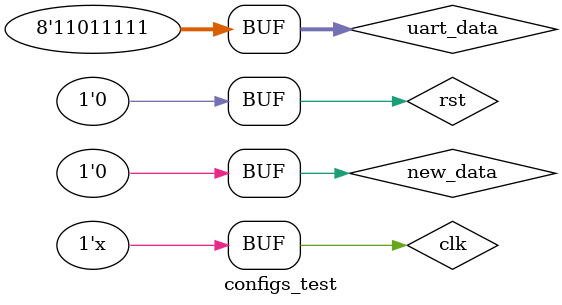
<source format=v>
`timescale 1ns / 1ps


module configs_test;

	// Inputs
	reg [7:0] uart_data;
	reg rst;
	reg clk;
	reg new_data;

	// Outputs
	wire intaking_configs;
	wire [7:0] channel_select;
	wire [4:0] aline_select;
	wire [31:0] pulse_shape;
	wire [15:0] c0a0;
	wire [15:0] c0a1;
	wire [15:0] c0a2;
	wire [15:0] c0a3;
	wire [15:0] c0a4;
	wire [15:0] c0a5;
	wire [15:0] c0a6;
	wire [15:0] c0a7;
	wire [15:0] c0a8;
	wire [15:0] c0a9;
	wire [15:0] c0a10;
	wire [15:0] c0a11;
	wire [15:0] c0a12;
	wire [15:0] c0a13;
	wire [15:0] c0a14;
	wire [15:0] c0a15;
	wire [15:0] c1a0;
	wire [15:0] c1a1;
	wire [15:0] c1a2;
	wire [15:0] c1a3;
	wire [15:0] c1a4;
	wire [15:0] c1a5;
	wire [15:0] c1a6;
	wire [15:0] c1a7;
	wire [15:0] c1a8;
	wire [15:0] c1a9;
	wire [15:0] c1a10;
	wire [15:0] c1a11;
	wire [15:0] c1a12;
	wire [15:0] c1a13;
	wire [15:0] c1a14;
	wire [15:0] c1a15;
	wire [15:0] c2a0;
	wire [15:0] c2a1;
	wire [15:0] c2a2;
	wire [15:0] c2a3;
	wire [15:0] c2a4;
	wire [15:0] c2a5;
	wire [15:0] c2a6;
	wire [15:0] c2a7;
	wire [15:0] c2a8;
	wire [15:0] c2a9;
	wire [15:0] c2a10;
	wire [15:0] c2a11;
	wire [15:0] c2a12;
	wire [15:0] c2a13;
	wire [15:0] c2a14;
	wire [15:0] c2a15;
	wire [15:0] c3a0;
	wire [15:0] c3a1;
	wire [15:0] c3a2;
	wire [15:0] c3a3;
	wire [15:0] c3a4;
	wire [15:0] c3a5;
	wire [15:0] c3a6;
	wire [15:0] c3a7;
	wire [15:0] c3a8;
	wire [15:0] c3a9;
	wire [15:0] c3a10;
	wire [15:0] c3a11;
	wire [15:0] c3a12;
	wire [15:0] c3a13;
	wire [15:0] c3a14;
	wire [15:0] c3a15;
	wire [15:0] c4a0;
	wire [15:0] c4a1;
	wire [15:0] c4a2;
	wire [15:0] c4a3;
	wire [15:0] c4a4;
	wire [15:0] c4a5;
	wire [15:0] c4a6;
	wire [15:0] c4a7;
	wire [15:0] c4a8;
	wire [15:0] c4a9;
	wire [15:0] c4a10;
	wire [15:0] c4a11;
	wire [15:0] c4a12;
	wire [15:0] c4a13;
	wire [15:0] c4a14;
	wire [15:0] c4a15;
	wire [15:0] c5a0;
	wire [15:0] c5a1;
	wire [15:0] c5a2;
	wire [15:0] c5a3;
	wire [15:0] c5a4;
	wire [15:0] c5a5;
	wire [15:0] c5a6;
	wire [15:0] c5a7;
	wire [15:0] c5a8;
	wire [15:0] c5a9;
	wire [15:0] c5a10;
	wire [15:0] c5a11;
	wire [15:0] c5a12;
	wire [15:0] c5a13;
	wire [15:0] c5a14;
	wire [15:0] c5a15;
	wire [15:0] c6a0;
	wire [15:0] c6a1;
	wire [15:0] c6a2;
	wire [15:0] c6a3;
	wire [15:0] c6a4;
	wire [15:0] c6a5;
	wire [15:0] c6a6;
	wire [15:0] c6a7;
	wire [15:0] c6a8;
	wire [15:0] c6a9;
	wire [15:0] c6a10;
	wire [15:0] c6a11;
	wire [15:0] c6a12;
	wire [15:0] c6a13;
	wire [15:0] c6a14;
	wire [15:0] c6a15;
	wire [15:0] c7a0;
	wire [15:0] c7a1;
	wire [15:0] c7a2;
	wire [15:0] c7a3;
	wire [15:0] c7a4;
	wire [15:0] c7a5;
	wire [15:0] c7a6;
	wire [15:0] c7a7;
	wire [15:0] c7a8;
	wire [15:0] ca79;
	wire [15:0] c7a10;
	wire [15:0] c7a11;
	wire [15:0] c7a12;
	wire [15:0] c7a13;
	wire [15:0] c7a14;
	wire [15:0] c7a15;

	// Instantiate the Unit Under Test (UUT)
	store_configs uut (
		.uart_data(uart_data), 
		.rst(rst), 
		.clk(clk), 
		.new_data(new_data), 
		.intaking_configs(intaking_configs), 
		.channel_select(channel_select), 
		.aline_select(aline_select), 
		.pulse_shape(pulse_shape), 
		.c0a0(c0a0), 
		.c0a1(c0a1), 
		.c0a2(c0a2), 
		.c0a3(c0a3), 
		.c0a4(c0a4), 
		.c0a5(c0a5), 
		.c0a6(c0a6), 
		.c0a7(c0a7), 
		.c0a8(c0a8), 
		.c0a9(c0a9), 
		.c0a10(c0a10), 
		.c0a11(c0a11), 
		.c0a12(c0a12), 
		.c0a13(c0a13), 
		.c0a14(c0a14), 
		.c0a15(c0a15), 
		.c1a0(c1a0), 
		.c1a1(c1a1), 
		.c1a2(c1a2), 
		.c1a3(c1a3), 
		.c1a4(c1a4), 
		.c1a5(c1a5), 
		.c1a6(c1a6), 
		.c1a7(c1a7), 
		.c1a8(c1a8), 
		.c1a9(c1a9), 
		.c1a10(c1a10), 
		.c1a11(c1a11), 
		.c1a12(c1a12), 
		.c1a13(c1a13), 
		.c1a14(c1a14), 
		.c1a15(c1a15), 
		.c2a0(c2a0), 
		.c2a1(c2a1), 
		.c2a2(c2a2), 
		.c2a3(c2a3), 
		.c2a4(c2a4), 
		.c2a5(c2a5), 
		.c2a6(c2a6), 
		.c2a7(c2a7), 
		.c2a8(c2a8), 
		.c2a9(c2a9), 
		.c2a10(c2a10), 
		.c2a11(c2a11), 
		.c2a12(c2a12), 
		.c2a13(c2a13), 
		.c2a14(c2a14), 
		.c2a15(c2a15), 
		.c3a0(c3a0), 
		.c3a1(c3a1), 
		.c3a2(c3a2), 
		.c3a3(c3a3), 
		.c3a4(c3a4), 
		.c3a5(c3a5), 
		.c3a6(c3a6), 
		.c3a7(c3a7), 
		.c3a8(c3a8), 
		.c3a9(c3a9), 
		.c3a10(c3a10), 
		.c3a11(c3a11), 
		.c3a12(c3a12), 
		.c3a13(c3a13), 
		.c3a14(c3a14), 
		.c3a15(c3a15), 
		.c4a0(c4a0), 
		.c4a1(c4a1), 
		.c4a2(c4a2), 
		.c4a3(c4a3), 
		.c4a4(c4a4), 
		.c4a5(c4a5), 
		.c4a6(c4a6), 
		.c4a7(c4a7), 
		.c4a8(c4a8), 
		.c4a9(c4a9), 
		.c4a10(c4a10), 
		.c4a11(c4a11), 
		.c4a12(c4a12), 
		.c4a13(c4a13), 
		.c4a14(c4a14), 
		.c4a15(c4a15), 
		.c5a0(c5a0), 
		.c5a1(c5a1), 
		.c5a2(c5a2), 
		.c5a3(c5a3), 
		.c5a4(c5a4), 
		.c5a5(c5a5), 
		.c5a6(c5a6), 
		.c5a7(c5a7), 
		.c5a8(c5a8), 
		.c5a9(c5a9), 
		.c5a10(c5a10), 
		.c5a11(c5a11), 
		.c5a12(c5a12), 
		.c5a13(c5a13), 
		.c5a14(c5a14), 
		.c5a15(c5a15), 
		.c6a0(c6a0), 
		.c6a1(c6a1), 
		.c6a2(c6a2), 
		.c6a3(c6a3), 
		.c6a4(c6a4), 
		.c6a5(c6a5), 
		.c6a6(c6a6), 
		.c6a7(c6a7), 
		.c6a8(c6a8), 
		.c6a9(c6a9), 
		.c6a10(c6a10), 
		.c6a11(c6a11), 
		.c6a12(c6a12), 
		.c6a13(c6a13), 
		.c6a14(c6a14), 
		.c6a15(c6a15), 
		.c7a0(c7a0), 
		.c7a1(c7a1), 
		.c7a2(c7a2), 
		.c7a3(c7a3), 
		.c7a4(c7a4), 
		.c7a5(c7a5), 
		.c7a6(c7a6), 
		.c7a7(c7a7), 
		.c7a8(c7a8), 
		.ca79(ca79), 
		.c7a10(c7a10), 
		.c7a11(c7a11), 
		.c7a12(c7a12), 
		.c7a13(c7a13), 
		.c7a14(c7a14), 
		.c7a15(c7a15)
	);

	initial begin
		// Initialize Inputs
		uart_data = 8'b11011111;
		rst = 0;
		clk = 0;
		new_data = 0;

		// Wait 100 ns for global reset to finish
		#100;
        
		// Add stimulus here
		new_data = 1;
		#50;
		new_data = 0;
		#50;
		new_data = 1;
		#50;
		new_data = 0;
		#50;
		new_data = 1;
		#50;
		new_data = 0;
		#50;
		new_data = 1;
		#50;
		new_data = 0;
		#50;

	end
	
	
always #5 clk = ~clk;
endmodule



</source>
